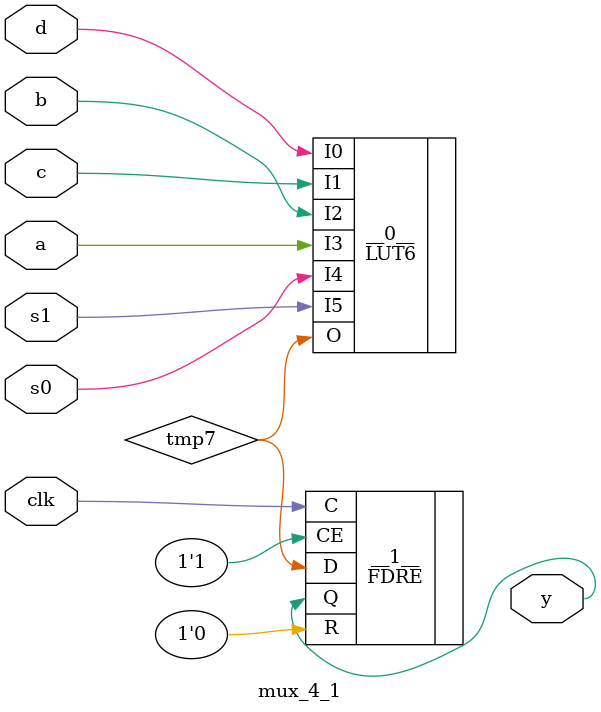
<source format=v>
module mux_4_1 (
    d,
    c,
    b,
    a,
    s0,
    s1,
    clk,
    y
);
  input d;
  wire d;
  input c;
  wire c;
  input b;
  wire b;
  input a;
  wire a;
  input s0;
  wire s0;
  input s1;
  wire s1;
  input clk;
  wire clk;
  output y;
  wire y;
  wire tmp7;
  LUT6 #(
      .INIT(64'hff00f0f0ccccaaaa)
  ) __0__ (
      .I0(d),
      .I1(c),
      .I2(b),
      .I3(a),
      .I4(s0),
      .I5(s1),
      .O(tmp7)
  );
  FDRE #(
      .INIT(1'hx)
  ) __1__ (
      .C(clk),
      .CE(1'h1),
      .D(tmp7),
      .R(1'h0),
      .Q(y)
  );
endmodule
</source>
